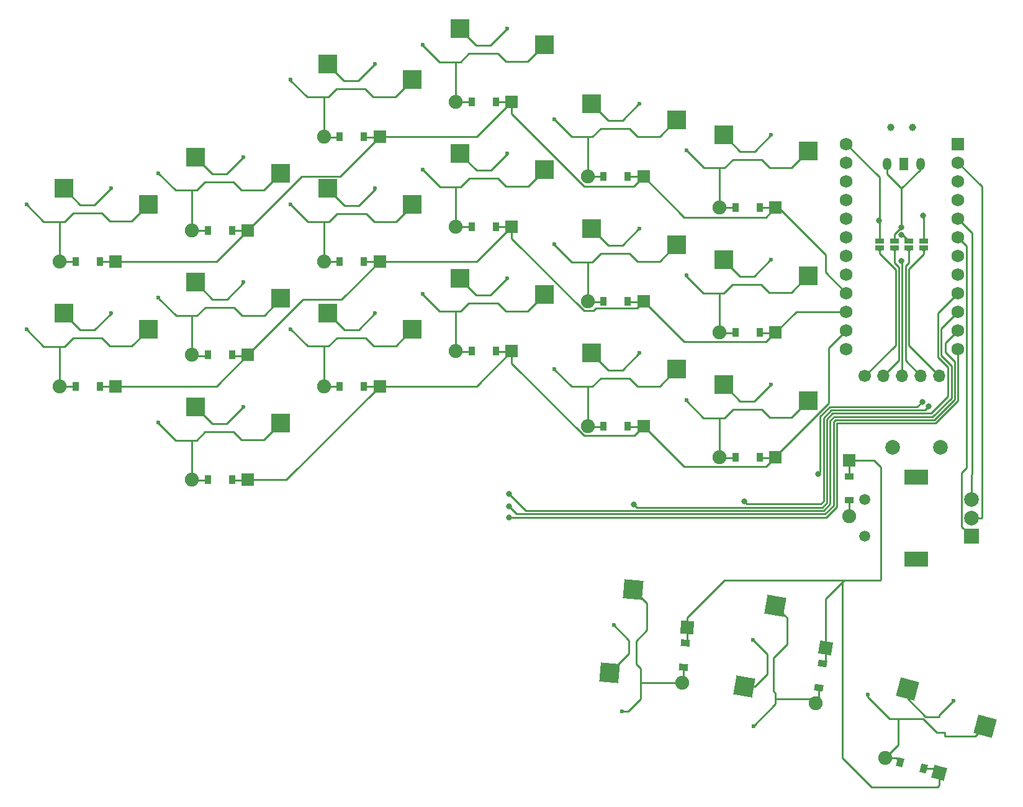
<source format=gbr>
%TF.GenerationSoftware,KiCad,Pcbnew,7.0.1-3b83917a11~171~ubuntu22.04.1*%
%TF.CreationDate,2023-03-24T21:38:12-04:00*%
%TF.ProjectId,whisper,77686973-7065-4722-9e6b-696361645f70,v1.0.0*%
%TF.SameCoordinates,Original*%
%TF.FileFunction,Copper,L2,Bot*%
%TF.FilePolarity,Positive*%
%FSLAX46Y46*%
G04 Gerber Fmt 4.6, Leading zero omitted, Abs format (unit mm)*
G04 Created by KiCad (PCBNEW 7.0.1-3b83917a11~171~ubuntu22.04.1) date 2023-03-24 21:38:12*
%MOMM*%
%LPD*%
G01*
G04 APERTURE LIST*
G04 Aperture macros list*
%AMRotRect*
0 Rectangle, with rotation*
0 The origin of the aperture is its center*
0 $1 length*
0 $2 width*
0 $3 Rotation angle, in degrees counterclockwise*
0 Add horizontal line*
21,1,$1,$2,0,0,$3*%
G04 Aperture macros list end*
%TA.AperFunction,WasherPad*%
%ADD10C,1.000000*%
%TD*%
%TA.AperFunction,ComponentPad*%
%ADD11C,0.600000*%
%TD*%
%TA.AperFunction,SMDPad,CuDef*%
%ADD12RotRect,2.600000X2.600000X85.000000*%
%TD*%
%TA.AperFunction,SMDPad,CuDef*%
%ADD13R,2.600000X2.600000*%
%TD*%
%TA.AperFunction,ComponentPad*%
%ADD14R,1.778000X1.778000*%
%TD*%
%TA.AperFunction,SMDPad,CuDef*%
%ADD15R,0.900000X1.200000*%
%TD*%
%TA.AperFunction,ComponentPad*%
%ADD16C,1.905000*%
%TD*%
%TA.AperFunction,SMDPad,CuDef*%
%ADD17R,1.143000X0.635000*%
%TD*%
%TA.AperFunction,ComponentPad*%
%ADD18C,1.700000*%
%TD*%
%TA.AperFunction,ComponentPad*%
%ADD19O,1.700000X1.700000*%
%TD*%
%TA.AperFunction,ComponentPad*%
%ADD20R,1.752600X1.752600*%
%TD*%
%TA.AperFunction,ComponentPad*%
%ADD21C,1.752600*%
%TD*%
%TA.AperFunction,ComponentPad*%
%ADD22RotRect,1.778000X1.778000X265.000000*%
%TD*%
%TA.AperFunction,SMDPad,CuDef*%
%ADD23RotRect,0.900000X1.200000X265.000000*%
%TD*%
%TA.AperFunction,SMDPad,CuDef*%
%ADD24RotRect,2.600000X2.600000X80.000000*%
%TD*%
%TA.AperFunction,ComponentPad*%
%ADD25RotRect,1.778000X1.778000X260.000000*%
%TD*%
%TA.AperFunction,SMDPad,CuDef*%
%ADD26RotRect,0.900000X1.200000X260.000000*%
%TD*%
%TA.AperFunction,SMDPad,CuDef*%
%ADD27R,1.200000X0.900000*%
%TD*%
%TA.AperFunction,ComponentPad*%
%ADD28C,2.000000*%
%TD*%
%TA.AperFunction,ComponentPad*%
%ADD29O,1.200000X1.700000*%
%TD*%
%TA.AperFunction,ComponentPad*%
%ADD30R,1.200000X1.700000*%
%TD*%
%TA.AperFunction,ComponentPad*%
%ADD31R,3.200000X2.000000*%
%TD*%
%TA.AperFunction,ComponentPad*%
%ADD32C,1.500000*%
%TD*%
%TA.AperFunction,ComponentPad*%
%ADD33R,2.000000X2.000000*%
%TD*%
%TA.AperFunction,SMDPad,CuDef*%
%ADD34RotRect,2.600000X2.600000X345.000000*%
%TD*%
%TA.AperFunction,ComponentPad*%
%ADD35RotRect,1.778000X1.778000X165.000000*%
%TD*%
%TA.AperFunction,SMDPad,CuDef*%
%ADD36RotRect,0.900000X1.200000X165.000000*%
%TD*%
%TA.AperFunction,ViaPad*%
%ADD37C,0.800000*%
%TD*%
%TA.AperFunction,Conductor*%
%ADD38C,0.250000*%
%TD*%
G04 APERTURE END LIST*
D10*
%TO.P,T1,*%
%TO.N,*%
X254891727Y-83831727D03*
X257891727Y-83831727D03*
%TD*%
D11*
%TO.P,REF\u002A\u002A,1*%
%TO.N,col_1*%
X166591727Y-121941727D03*
%TD*%
%TO.P,REF\u002A\u002A,1*%
%TO.N,col_3*%
X202591727Y-70431727D03*
%TD*%
D12*
%TO.P,S18,1*%
%TO.N,col_2*%
X216578933Y-158175688D03*
%TO.P,S18,2*%
%TO.N,near_fan*%
X219777211Y-146861382D03*
%TD*%
D13*
%TO.P,S12,1*%
%TO.N,col_4*%
X214116727Y-114631727D03*
%TO.P,S12,2*%
%TO.N,index_bottom*%
X225666727Y-116831727D03*
%TD*%
D11*
%TO.P,REF\u002A\u002A,1*%
%TO.N,col_3*%
X202591727Y-87431727D03*
%TD*%
D14*
%TO.P,D14,1*%
%TO.N,row_3*%
X221201727Y-90581727D03*
D15*
X219041727Y-90581727D03*
%TO.P,D14,2*%
%TO.N,index_top*%
X215741727Y-90581727D03*
D16*
X213581727Y-90581727D03*
%TD*%
D11*
%TO.P,REF\u002A\u002A,1*%
%TO.N,middle_bottom*%
X191041727Y-106591727D03*
%TD*%
D14*
%TO.P,D12,1*%
%TO.N,row_1*%
X221201727Y-124581727D03*
D15*
X219041727Y-124581727D03*
%TO.P,D12,2*%
%TO.N,index_bottom*%
X215741727Y-124581727D03*
D16*
X213581727Y-124581727D03*
%TD*%
D14*
%TO.P,D9,1*%
%TO.N,row_1*%
X203201727Y-114381727D03*
D15*
X201041727Y-114381727D03*
%TO.P,D9,2*%
%TO.N,middle_bottom*%
X197741727Y-114381727D03*
D16*
X195581727Y-114381727D03*
%TD*%
D11*
%TO.P,REF\u002A\u002A,1*%
%TO.N,index_bottom*%
X209041727Y-116791727D03*
%TD*%
D14*
%TO.P,D16,1*%
%TO.N,row_2*%
X239201727Y-111831727D03*
D15*
X237041727Y-111831727D03*
%TO.P,D16,2*%
%TO.N,inner_home*%
X233741727Y-111831727D03*
D16*
X231581727Y-111831727D03*
%TD*%
D11*
%TO.P,REF\u002A\u002A,1*%
%TO.N,col_4*%
X220591727Y-97631727D03*
%TD*%
D13*
%TO.P,S5,1*%
%TO.N,col_1*%
X160116727Y-87941727D03*
%TO.P,S5,2*%
%TO.N,pinkie_top*%
X171666727Y-90141727D03*
%TD*%
%TO.P,S2,1*%
%TO.N,col_0*%
X142116727Y-92191727D03*
%TO.P,S2,2*%
%TO.N,outer_top*%
X153666727Y-94391727D03*
%TD*%
D14*
%TO.P,D8,1*%
%TO.N,row_3*%
X185201727Y-85141727D03*
D15*
X183041727Y-85141727D03*
%TO.P,D8,2*%
%TO.N,ring_top*%
X179741727Y-85141727D03*
D16*
X177581727Y-85141727D03*
%TD*%
D13*
%TO.P,S7,1*%
%TO.N,col_2*%
X178116727Y-92191727D03*
%TO.P,S7,2*%
%TO.N,ring_home*%
X189666727Y-94391727D03*
%TD*%
D11*
%TO.P,REF\u002A\u002A,1*%
%TO.N,pinkie_top*%
X155041727Y-90101727D03*
%TD*%
%TO.P,REF\u002A\u002A,1*%
%TO.N,col_4*%
X263467651Y-162047069D03*
%TD*%
D14*
%TO.P,D2,1*%
%TO.N,row_3*%
X149201727Y-102141727D03*
D15*
X147041727Y-102141727D03*
%TO.P,D2,2*%
%TO.N,outer_top*%
X143741727Y-102141727D03*
D16*
X141581727Y-102141727D03*
%TD*%
D17*
%TO.P,J4,1*%
%TO.N,SCL*%
X257391727Y-99331347D03*
%TO.P,J4,2*%
%TO.N,J_pad3*%
X257391727Y-100332107D03*
%TD*%
D11*
%TO.P,REF\u002A\u002A,1*%
%TO.N,pinkie_bottom*%
X155041727Y-124101727D03*
%TD*%
%TO.P,REF\u002A\u002A,1*%
%TO.N,col_1*%
X166591727Y-87941727D03*
%TD*%
%TO.P,REF\u002A\u002A,1*%
%TO.N,col_0*%
X148591727Y-92191727D03*
%TD*%
%TO.P,REF\u002A\u002A,1*%
%TO.N,inner_top*%
X227041727Y-87041727D03*
%TD*%
D13*
%TO.P,S17,1*%
%TO.N,col_5*%
X232116727Y-84881727D03*
%TO.P,S17,2*%
%TO.N,inner_top*%
X243666727Y-87081727D03*
%TD*%
D14*
%TO.P,D10,1*%
%TO.N,row_2*%
X203201727Y-97381727D03*
D15*
X201041727Y-97381727D03*
%TO.P,D10,2*%
%TO.N,middle_home*%
X197741727Y-97381727D03*
D16*
X195581727Y-97381727D03*
%TD*%
D13*
%TO.P,S10,1*%
%TO.N,col_3*%
X196116727Y-87431727D03*
%TO.P,S10,2*%
%TO.N,middle_home*%
X207666727Y-89631727D03*
%TD*%
%TO.P,S16,1*%
%TO.N,col_5*%
X232116727Y-101881727D03*
%TO.P,S16,2*%
%TO.N,inner_home*%
X243666727Y-104081727D03*
%TD*%
D11*
%TO.P,REF\u002A\u002A,1*%
%TO.N,col_5*%
X238591727Y-118881727D03*
%TD*%
%TO.P,REF\u002A\u002A,1*%
%TO.N,col_5*%
X238591727Y-84881727D03*
%TD*%
D14*
%TO.P,D6,1*%
%TO.N,row_1*%
X185201727Y-119141727D03*
D15*
X183041727Y-119141727D03*
%TO.P,D6,2*%
%TO.N,ring_bottom*%
X179741727Y-119141727D03*
D16*
X177581727Y-119141727D03*
%TD*%
D11*
%TO.P,REF\u002A\u002A,1*%
%TO.N,col_5*%
X238591727Y-101881727D03*
%TD*%
D14*
%TO.P,D7,1*%
%TO.N,row_2*%
X185201727Y-102141727D03*
D15*
X183041727Y-102141727D03*
%TO.P,D7,2*%
%TO.N,ring_home*%
X179741727Y-102141727D03*
D16*
X177581727Y-102141727D03*
%TD*%
D11*
%TO.P,REF\u002A\u002A,1*%
%TO.N,pinkie_home*%
X155041727Y-107101727D03*
%TD*%
D14*
%TO.P,D15,1*%
%TO.N,row_1*%
X239201727Y-128831727D03*
D15*
X237041727Y-128831727D03*
%TO.P,D15,2*%
%TO.N,inner_bottom*%
X233741727Y-128831727D03*
D16*
X231581727Y-128831727D03*
%TD*%
D14*
%TO.P,D3,1*%
%TO.N,row_1*%
X167201727Y-131891727D03*
D15*
X165041727Y-131891727D03*
%TO.P,D3,2*%
%TO.N,pinkie_bottom*%
X161741727Y-131891727D03*
D16*
X159581727Y-131891727D03*
%TD*%
D17*
%TO.P,J8,1*%
%TO.N,CS*%
X253391727Y-99331347D03*
%TO.P,J8,2*%
%TO.N,J_pad1*%
X253391727Y-100332107D03*
%TD*%
D11*
%TO.P,REF\u002A\u002A,1*%
%TO.N,col_3*%
X236095249Y-153696853D03*
%TD*%
D14*
%TO.P,D1,1*%
%TO.N,row_2*%
X149201727Y-119141727D03*
D15*
X147041727Y-119141727D03*
%TO.P,D1,2*%
%TO.N,outer_home*%
X143741727Y-119141727D03*
D16*
X141581727Y-119141727D03*
%TD*%
D11*
%TO.P,REF\u002A\u002A,1*%
%TO.N,home_fan*%
X236216797Y-165446463D03*
%TD*%
D14*
%TO.P,D5,1*%
%TO.N,row_3*%
X167201727Y-97891727D03*
D15*
X165041727Y-97891727D03*
%TO.P,D5,2*%
%TO.N,pinkie_top*%
X161741727Y-97891727D03*
D16*
X159581727Y-97891727D03*
%TD*%
D13*
%TO.P,S15,1*%
%TO.N,col_5*%
X232116727Y-118881727D03*
%TO.P,S15,2*%
%TO.N,inner_bottom*%
X243666727Y-121081727D03*
%TD*%
D18*
%TO.P,REF\u002A,1*%
%TO.N,J_pad1*%
X251391727Y-117741727D03*
D19*
%TO.P,REF\u002A,2*%
%TO.N,J_pad2*%
X253931727Y-117741727D03*
%TO.P,REF\u002A,3*%
%TO.N,VCC*%
X256471727Y-117741727D03*
%TO.P,REF\u002A,4*%
%TO.N,J_pad3*%
X259011727Y-117741727D03*
%TO.P,REF\u002A,5*%
%TO.N,J_pad4*%
X261551727Y-117741727D03*
%TD*%
D14*
%TO.P,D13,1*%
%TO.N,row_2*%
X221201727Y-107581727D03*
D15*
X219041727Y-107581727D03*
%TO.P,D13,2*%
%TO.N,index_home*%
X215741727Y-107581727D03*
D16*
X213581727Y-107581727D03*
%TD*%
D11*
%TO.P,REF\u002A\u002A,1*%
%TO.N,col_4*%
X220591727Y-80631727D03*
%TD*%
%TO.P,REF\u002A\u002A,1*%
%TO.N,outer_home*%
X137041727Y-111351727D03*
%TD*%
%TO.P,REF\u002A\u002A,1*%
%TO.N,col_4*%
X220591727Y-114631727D03*
%TD*%
D13*
%TO.P,S9,1*%
%TO.N,col_3*%
X196116727Y-104431727D03*
%TO.P,S9,2*%
%TO.N,middle_bottom*%
X207666727Y-106631727D03*
%TD*%
D17*
%TO.P,J2,1*%
%TO.N,SDA*%
X259391727Y-99331347D03*
%TO.P,J2,2*%
%TO.N,J_pad4*%
X259391727Y-100332107D03*
%TD*%
D11*
%TO.P,REF\u002A\u002A,1*%
%TO.N,far_fan*%
X251752159Y-161144109D03*
%TD*%
D13*
%TO.P,S8,1*%
%TO.N,col_2*%
X178116727Y-75191727D03*
%TO.P,S8,2*%
%TO.N,ring_top*%
X189666727Y-77391727D03*
%TD*%
D11*
%TO.P,REF\u002A\u002A,1*%
%TO.N,middle_home*%
X191041727Y-89591727D03*
%TD*%
%TO.P,REF\u002A\u002A,1*%
%TO.N,ring_bottom*%
X173041727Y-111351727D03*
%TD*%
%TO.P,REF\u002A\u002A,1*%
%TO.N,col_3*%
X202591727Y-104431727D03*
%TD*%
%TO.P,REF\u002A\u002A,1*%
%TO.N,near_fan*%
X218288399Y-163419633D03*
%TD*%
D20*
%TO.P,MCU1,1*%
%TO.N,RAW*%
X264081727Y-86133727D03*
D21*
%TO.P,MCU1,2*%
%TO.N,GND*%
X264081727Y-88673727D03*
%TO.P,MCU1,3*%
%TO.N,RST*%
X264081727Y-91213727D03*
%TO.P,MCU1,4*%
%TO.N,VCC*%
X264081727Y-93753727D03*
%TO.P,MCU1,5*%
%TO.N,ENCB*%
X264081727Y-96293727D03*
%TO.P,MCU1,6*%
%TO.N,ENCA*%
X264081727Y-98833727D03*
%TO.P,MCU1,7*%
%TO.N,col_5*%
X264081727Y-101373727D03*
%TO.P,MCU1,8*%
%TO.N,col_4*%
X264081727Y-103913727D03*
%TO.P,MCU1,9*%
%TO.N,col_3*%
X264081727Y-106453727D03*
%TO.P,MCU1,10*%
%TO.N,col_2*%
X264081727Y-108993727D03*
%TO.P,MCU1,11*%
%TO.N,col_1*%
X264081727Y-111533727D03*
%TO.P,MCU1,12*%
%TO.N,col_0*%
X264081727Y-114073727D03*
%TO.P,MCU1,13*%
%TO.N,CS*%
X248841727Y-86133727D03*
%TO.P,MCU1,14*%
%TO.N,P0*%
X248841727Y-88673727D03*
%TO.P,MCU1,15*%
%TO.N,GND*%
X248841727Y-91213727D03*
%TO.P,MCU1,16*%
X248841727Y-93753727D03*
%TO.P,MCU1,17*%
%TO.N,SDA*%
X248841727Y-96293727D03*
%TO.P,MCU1,18*%
%TO.N,SCL*%
X248841727Y-98833727D03*
%TO.P,MCU1,19*%
%TO.N,N/C*%
X248841727Y-101373727D03*
%TO.P,MCU1,20*%
X248841727Y-103913727D03*
%TO.P,MCU1,21*%
%TO.N,row_3*%
X248841727Y-106453727D03*
%TO.P,MCU1,22*%
%TO.N,row_2*%
X248841727Y-108993727D03*
%TO.P,MCU1,23*%
%TO.N,row_1*%
X248841727Y-111533727D03*
%TO.P,MCU1,24*%
%TO.N,row_0*%
X248841727Y-114073727D03*
%TD*%
D11*
%TO.P,REF\u002A\u002A,1*%
%TO.N,ring_home*%
X173041727Y-94351727D03*
%TD*%
%TO.P,REF\u002A\u002A,1*%
%TO.N,ring_top*%
X173041727Y-77351727D03*
%TD*%
%TO.P,REF\u002A\u002A,1*%
%TO.N,col_2*%
X184591727Y-109191727D03*
%TD*%
D13*
%TO.P,S14,1*%
%TO.N,col_4*%
X214116727Y-80631727D03*
%TO.P,S14,2*%
%TO.N,index_top*%
X225666727Y-82831727D03*
%TD*%
D14*
%TO.P,D4,1*%
%TO.N,row_2*%
X167201727Y-114891727D03*
D15*
X165041727Y-114891727D03*
%TO.P,D4,2*%
%TO.N,pinkie_home*%
X161741727Y-114891727D03*
D16*
X159581727Y-114891727D03*
%TD*%
D22*
%TO.P,D18,1*%
%TO.N,row_0*%
X227108569Y-151984848D03*
D23*
X226920313Y-154136629D03*
%TO.P,D18,2*%
%TO.N,near_fan*%
X226632699Y-157424071D03*
D16*
X226444443Y-159575852D03*
%TD*%
D17*
%TO.P,J6,1*%
%TO.N,GND*%
X255391727Y-99331347D03*
%TO.P,J6,2*%
%TO.N,J_pad2*%
X255391727Y-100332107D03*
%TD*%
D11*
%TO.P,REF\u002A\u002A,1*%
%TO.N,inner_home*%
X227041727Y-104041727D03*
%TD*%
D24*
%TO.P,S19,1*%
%TO.N,col_3*%
X234970877Y-160073484D03*
%TO.P,S19,2*%
%TO.N,home_fan*%
X239143091Y-149080980D03*
%TD*%
D25*
%TO.P,D19,1*%
%TO.N,row_0*%
X246000012Y-154823920D03*
D26*
X245624931Y-156951105D03*
%TO.P,D19,2*%
%TO.N,home_fan*%
X245051893Y-160200971D03*
D16*
X244676812Y-162328156D03*
%TD*%
D14*
%TO.P,D21,1*%
%TO.N,row_0*%
X249280000Y-129250000D03*
D27*
X249280000Y-131410000D03*
%TO.P,D21,2*%
%TO.N,r_diode*%
X249280000Y-134710000D03*
D16*
X249280000Y-136870000D03*
%TD*%
D11*
%TO.P,REF\u002A\u002A,1*%
%TO.N,col_2*%
X184591727Y-92191727D03*
%TD*%
D14*
%TO.P,D17,1*%
%TO.N,row_3*%
X239201727Y-94831727D03*
D15*
X237041727Y-94831727D03*
%TO.P,D17,2*%
%TO.N,inner_top*%
X233741727Y-94831727D03*
D16*
X231581727Y-94831727D03*
%TD*%
D11*
%TO.P,REF\u002A\u002A,1*%
%TO.N,col_1*%
X166591727Y-104941727D03*
%TD*%
%TO.P,REF\u002A\u002A,1*%
%TO.N,inner_bottom*%
X227041727Y-121041727D03*
%TD*%
D28*
%TO.P,RSW1,1*%
%TO.N,RST*%
X255150000Y-127500000D03*
%TO.P,RSW1,2*%
%TO.N,GND*%
X261650000Y-127500000D03*
%TD*%
D11*
%TO.P,REF\u002A\u002A,1*%
%TO.N,col_0*%
X148591727Y-109191727D03*
%TD*%
D29*
%TO.P,JST REV1,1*%
%TO.N,GND*%
X254441727Y-88831727D03*
D30*
%TO.N,JST*%
X256691727Y-88831727D03*
D29*
%TO.P,JST REV1,2*%
%TO.N,GND*%
X258941727Y-88831727D03*
%TD*%
D31*
%TO.P,ROT1,*%
%TO.N,*%
X258400000Y-142700000D03*
X258400000Y-131500000D03*
D32*
%TO.P,ROT1,1*%
%TO.N,col_5*%
X251400000Y-139600000D03*
%TO.P,ROT1,2*%
%TO.N,r_diode*%
X251400000Y-134600000D03*
D33*
%TO.P,ROT1,A*%
%TO.N,ENCA*%
X265900000Y-139600000D03*
D28*
%TO.P,ROT1,B*%
%TO.N,ENCB*%
X265900000Y-134600000D03*
%TO.P,ROT1,C*%
%TO.N,GND*%
X265900000Y-137100000D03*
%TD*%
D11*
%TO.P,REF\u002A\u002A,1*%
%TO.N,index_home*%
X209041727Y-99791727D03*
%TD*%
D13*
%TO.P,S11,1*%
%TO.N,col_3*%
X196116727Y-70431727D03*
%TO.P,S11,2*%
%TO.N,middle_top*%
X207666727Y-72631727D03*
%TD*%
%TO.P,S1,1*%
%TO.N,col_0*%
X142116727Y-109191727D03*
%TO.P,S1,2*%
%TO.N,outer_home*%
X153666727Y-111391727D03*
%TD*%
%TO.P,S4,1*%
%TO.N,col_1*%
X160116727Y-104941727D03*
%TO.P,S4,2*%
%TO.N,pinkie_home*%
X171666727Y-107141727D03*
%TD*%
D34*
%TO.P,S20,1*%
%TO.N,col_4*%
X257213281Y-160371216D03*
%TO.P,S20,2*%
%TO.N,far_fan*%
X267800323Y-165485613D03*
%TD*%
D13*
%TO.P,S3,1*%
%TO.N,col_1*%
X160116727Y-121941727D03*
%TO.P,S3,2*%
%TO.N,pinkie_bottom*%
X171666727Y-124141727D03*
%TD*%
D11*
%TO.P,REF\u002A\u002A,1*%
%TO.N,outer_top*%
X137041727Y-94351727D03*
%TD*%
%TO.P,REF\u002A\u002A,1*%
%TO.N,index_top*%
X209041727Y-82791727D03*
%TD*%
%TO.P,REF\u002A\u002A,1*%
%TO.N,col_2*%
X184591727Y-75191727D03*
%TD*%
%TO.P,REF\u002A\u002A,1*%
%TO.N,col_2*%
X217143267Y-151725327D03*
%TD*%
D13*
%TO.P,S13,1*%
%TO.N,col_4*%
X214116727Y-97631727D03*
%TO.P,S13,2*%
%TO.N,index_home*%
X225666727Y-99831727D03*
%TD*%
D14*
%TO.P,D11,1*%
%TO.N,row_3*%
X203201727Y-80381727D03*
D15*
X201041727Y-80381727D03*
%TO.P,D11,2*%
%TO.N,middle_top*%
X197741727Y-80381727D03*
D16*
X195581727Y-80381727D03*
%TD*%
D35*
%TO.P,D20,1*%
%TO.N,row_0*%
X261481616Y-171815911D03*
D36*
X259395217Y-171256861D03*
%TO.P,D20,2*%
%TO.N,far_fan*%
X256207661Y-170402759D03*
D16*
X254121262Y-169843709D03*
%TD*%
D11*
%TO.P,REF\u002A\u002A,1*%
%TO.N,middle_top*%
X191041727Y-72591727D03*
%TD*%
D13*
%TO.P,S6,1*%
%TO.N,col_2*%
X178116727Y-109191727D03*
%TO.P,S6,2*%
%TO.N,ring_bottom*%
X189666727Y-111391727D03*
%TD*%
D37*
%TO.N,col_0*%
X202850000Y-137000000D03*
%TO.N,col_1*%
X202850000Y-135500000D03*
%TO.N,col_2*%
X202850000Y-133800000D03*
%TO.N,col_3*%
X219900000Y-135250000D03*
%TO.N,col_4*%
X260100000Y-121900000D03*
X234975000Y-134875000D03*
%TO.N,col_5*%
X259200000Y-121250000D03*
X245025500Y-131150000D03*
%TO.N,GND*%
X256391727Y-97491727D03*
%TO.N,VCC*%
X256341727Y-102091727D03*
%TO.N,CS*%
X253341727Y-96591727D03*
%TO.N,SDA*%
X259341727Y-95891727D03*
%TO.N,SCL*%
X256391727Y-98491727D03*
%TO.N,J_pad4*%
X259391727Y-100341727D03*
%TO.N,J_pad3*%
X257391727Y-100341727D03*
%TO.N,J_pad2*%
X255391727Y-100341727D03*
%TO.N,J_pad1*%
X253391727Y-100341727D03*
%TD*%
D38*
%TO.N,col_0*%
X146321727Y-94451727D02*
X148581727Y-92191727D01*
X261000000Y-124200000D02*
X264081727Y-121118273D01*
X146321727Y-111501727D02*
X148581727Y-109241727D01*
X247550000Y-135600000D02*
X247550000Y-124200000D01*
X142106727Y-109241727D02*
X144366727Y-111501727D01*
X142106727Y-92191727D02*
X144366727Y-94451727D01*
X264081727Y-121118273D02*
X264081727Y-114073727D01*
X247550000Y-124200000D02*
X261000000Y-124200000D01*
X144366727Y-94451727D02*
X146321727Y-94451727D01*
X246150000Y-137000000D02*
X247550000Y-135600000D01*
X144366727Y-111501727D02*
X146321727Y-111501727D01*
X202850000Y-137000000D02*
X246150000Y-137000000D01*
%TO.N,outer_home*%
X139381727Y-113751727D02*
X137031727Y-111401727D01*
X153656727Y-111441727D02*
X151396727Y-113701727D01*
X141581727Y-113783454D02*
X141550000Y-113751727D01*
X141571727Y-119191727D02*
X143731727Y-119191727D01*
X142231727Y-113751727D02*
X141550000Y-113751727D01*
X148381727Y-113701727D02*
X147281727Y-112601727D01*
X151396727Y-113701727D02*
X148381727Y-113701727D01*
X141581727Y-119141727D02*
X141581727Y-113783454D01*
X147281727Y-112601727D02*
X143381727Y-112601727D01*
X141550000Y-113751727D02*
X139381727Y-113751727D01*
X143381727Y-112601727D02*
X142231727Y-113751727D01*
%TO.N,outer_top*%
X141581727Y-96720000D02*
X141600000Y-96701727D01*
X142231727Y-96701727D02*
X141600000Y-96701727D01*
X141600000Y-96701727D02*
X139381727Y-96701727D01*
X151396727Y-96651727D02*
X148381727Y-96651727D01*
X147281727Y-95551727D02*
X143381727Y-95551727D01*
X153656727Y-94391727D02*
X151396727Y-96651727D01*
X148381727Y-96651727D02*
X147281727Y-95551727D01*
X141581727Y-102141727D02*
X141581727Y-96720000D01*
X143381727Y-95551727D02*
X142231727Y-96701727D01*
X141571727Y-102141727D02*
X143731727Y-102141727D01*
X139381727Y-96701727D02*
X137031727Y-94351727D01*
%TO.N,col_1*%
X160106727Y-121991727D02*
X162366727Y-124251727D01*
X263631727Y-115750000D02*
X263600000Y-115750000D01*
X263600000Y-115750000D02*
X262350000Y-114500000D01*
X247100000Y-124013604D02*
X247363604Y-123750000D01*
X247100000Y-135400000D02*
X247100000Y-124013604D01*
X160156727Y-105041727D02*
X162416727Y-107301727D01*
X260813604Y-123750000D02*
X263631727Y-120931877D01*
X162366727Y-90201727D02*
X164321727Y-90201727D01*
X247363604Y-123750000D02*
X260813604Y-123750000D01*
X162366727Y-124251727D02*
X164321727Y-124251727D01*
X203900000Y-136550000D02*
X245950000Y-136550000D01*
X160106727Y-87941727D02*
X162366727Y-90201727D01*
X262350000Y-114500000D02*
X262350000Y-113265454D01*
X245950000Y-136550000D02*
X247100000Y-135400000D01*
X262350000Y-113265454D02*
X264081727Y-111533727D01*
X202850000Y-135500000D02*
X203900000Y-136550000D01*
X164321727Y-90201727D02*
X166581727Y-87941727D01*
X164371727Y-107301727D02*
X166631727Y-105041727D01*
X162416727Y-107301727D02*
X164371727Y-107301727D01*
X263631727Y-120931877D02*
X263631727Y-115750000D01*
X164321727Y-124251727D02*
X166581727Y-121991727D01*
%TO.N,pinkie_bottom*%
X157381727Y-126501727D02*
X155031727Y-124151727D01*
X159581727Y-126533454D02*
X159550000Y-126501727D01*
X171656727Y-124191727D02*
X169396727Y-126451727D01*
X160231727Y-126501727D02*
X159550000Y-126501727D01*
X159581727Y-131891727D02*
X159581727Y-126533454D01*
X169396727Y-126451727D02*
X166381727Y-126451727D01*
X166381727Y-126451727D02*
X165281727Y-125351727D01*
X161381727Y-125351727D02*
X160231727Y-126501727D01*
X165281727Y-125351727D02*
X161381727Y-125351727D01*
X159571727Y-131941727D02*
X161731727Y-131941727D01*
X159550000Y-126501727D02*
X157381727Y-126501727D01*
%TO.N,pinkie_home*%
X171706727Y-107241727D02*
X169446727Y-109501727D01*
X159581727Y-114891727D02*
X159581727Y-109583454D01*
X159621727Y-114991727D02*
X161781727Y-114991727D01*
X160281727Y-109551727D02*
X159550000Y-109551727D01*
X166431727Y-109501727D02*
X165331727Y-108401727D01*
X169446727Y-109501727D02*
X166431727Y-109501727D01*
X157431727Y-109551727D02*
X155081727Y-107201727D01*
X159581727Y-109583454D02*
X159550000Y-109551727D01*
X165331727Y-108401727D02*
X161431727Y-108401727D01*
X159550000Y-109551727D02*
X157431727Y-109551727D01*
X161431727Y-108401727D02*
X160281727Y-109551727D01*
%TO.N,pinkie_top*%
X159581727Y-97891727D02*
X159581727Y-92520000D01*
X159581727Y-92520000D02*
X159650000Y-92451727D01*
X166381727Y-92401727D02*
X165281727Y-91301727D01*
X169396727Y-92401727D02*
X166381727Y-92401727D01*
X159650000Y-92451727D02*
X157381727Y-92451727D01*
X159571727Y-97891727D02*
X161731727Y-97891727D01*
X160231727Y-92451727D02*
X159650000Y-92451727D01*
X161381727Y-91301727D02*
X160231727Y-92451727D01*
X165281727Y-91301727D02*
X161381727Y-91301727D01*
X157381727Y-92451727D02*
X155031727Y-90101727D01*
X171656727Y-90141727D02*
X169396727Y-92401727D01*
%TO.N,col_2*%
X246650000Y-123827208D02*
X247177208Y-123300000D01*
X219200000Y-153782060D02*
X219200000Y-155600000D01*
X180316727Y-77501727D02*
X182271727Y-77501727D01*
X261800000Y-114968273D02*
X261800000Y-111275454D01*
X178156727Y-92241727D02*
X180416727Y-94501727D01*
X263181727Y-116350000D02*
X261800000Y-114968273D01*
X205150000Y-136100000D02*
X245750000Y-136100000D01*
X217143267Y-151725327D02*
X219200000Y-153782060D01*
X260627208Y-123300000D02*
X263181727Y-120745481D01*
X263181727Y-120745481D02*
X263181727Y-116350000D01*
X182371727Y-94501727D02*
X184631727Y-92241727D01*
X180366727Y-111451727D02*
X182321727Y-111451727D01*
X219154621Y-155600000D02*
X216578933Y-158175688D01*
X178106727Y-109191727D02*
X180366727Y-111451727D01*
X178056727Y-75241727D02*
X180316727Y-77501727D01*
X246650000Y-135200000D02*
X246650000Y-123827208D01*
X180416727Y-94501727D02*
X182371727Y-94501727D01*
X245750000Y-136100000D02*
X246650000Y-135200000D01*
X182271727Y-77501727D02*
X184531727Y-75241727D01*
X247177208Y-123300000D02*
X260627208Y-123300000D01*
X219200000Y-155600000D02*
X219154621Y-155600000D01*
X261800000Y-111275454D02*
X264081727Y-108993727D01*
X202850000Y-133800000D02*
X205150000Y-136100000D01*
X182321727Y-111451727D02*
X184581727Y-109191727D01*
%TO.N,ring_bottom*%
X177581727Y-113720000D02*
X177600000Y-113701727D01*
X187396727Y-113651727D02*
X184381727Y-113651727D01*
X177571727Y-119141727D02*
X179731727Y-119141727D01*
X177581727Y-119141727D02*
X177581727Y-113720000D01*
X179381727Y-112551727D02*
X178231727Y-113701727D01*
X178231727Y-113701727D02*
X177600000Y-113701727D01*
X175381727Y-113701727D02*
X173031727Y-111351727D01*
X189656727Y-111391727D02*
X187396727Y-113651727D01*
X183281727Y-112551727D02*
X179381727Y-112551727D01*
X177600000Y-113701727D02*
X175381727Y-113701727D01*
X184381727Y-113651727D02*
X183281727Y-112551727D01*
%TO.N,ring_home*%
X177581727Y-96820000D02*
X177650000Y-96751727D01*
X177650000Y-96751727D02*
X175431727Y-96751727D01*
X187446727Y-96701727D02*
X184431727Y-96701727D01*
X189706727Y-94441727D02*
X187446727Y-96701727D01*
X177621727Y-102191727D02*
X179781727Y-102191727D01*
X184431727Y-96701727D02*
X183331727Y-95601727D01*
X179431727Y-95601727D02*
X178281727Y-96751727D01*
X177581727Y-102141727D02*
X177581727Y-96820000D01*
X178281727Y-96751727D02*
X177650000Y-96751727D01*
X175431727Y-96751727D02*
X173081727Y-94401727D01*
X183331727Y-95601727D02*
X179431727Y-95601727D01*
%TO.N,ring_top*%
X177521727Y-85191727D02*
X179681727Y-85191727D01*
X179331727Y-78601727D02*
X178181727Y-79751727D01*
X178181727Y-79751727D02*
X177650000Y-79751727D01*
X187346727Y-79701727D02*
X184331727Y-79701727D01*
X177650000Y-79751727D02*
X175331727Y-79751727D01*
X177581727Y-85141727D02*
X177581727Y-79820000D01*
X184331727Y-79701727D02*
X183231727Y-78601727D01*
X177581727Y-79820000D02*
X177650000Y-79751727D01*
X183231727Y-78601727D02*
X179331727Y-78601727D01*
X175331727Y-79751727D02*
X172981727Y-77401727D01*
X189606727Y-77441727D02*
X187346727Y-79701727D01*
%TO.N,col_3*%
X238100000Y-155701604D02*
X238100000Y-158350000D01*
X236095249Y-153696853D02*
X238100000Y-155701604D01*
X200321727Y-72701727D02*
X202581727Y-70441727D01*
X196106727Y-70441727D02*
X198366727Y-72701727D01*
X200321727Y-106701727D02*
X202581727Y-104441727D01*
X200371727Y-89751727D02*
X202631727Y-87491727D01*
X196156727Y-87491727D02*
X198416727Y-89751727D01*
X261350000Y-109185454D02*
X264081727Y-106453727D01*
X238100000Y-158350000D02*
X236376516Y-160073484D01*
X198366727Y-106701727D02*
X200321727Y-106701727D01*
X246990812Y-122850000D02*
X260440812Y-122850000D01*
X198366727Y-72701727D02*
X200321727Y-72701727D01*
X246200000Y-123640812D02*
X246990812Y-122850000D01*
X262731727Y-120559085D02*
X262731727Y-116536396D01*
X219900000Y-135250000D02*
X220300000Y-135650000D01*
X196106727Y-104441727D02*
X198366727Y-106701727D01*
X220300000Y-135650000D02*
X245563604Y-135650000D01*
X236376516Y-160073484D02*
X234970877Y-160073484D01*
X260440812Y-122850000D02*
X262731727Y-120559085D01*
X262731727Y-116536396D02*
X261350000Y-115154669D01*
X245563604Y-135650000D02*
X246200000Y-135013604D01*
X261350000Y-115154669D02*
X261350000Y-109185454D01*
X246200000Y-135013604D02*
X246200000Y-123640812D01*
X198416727Y-89751727D02*
X200371727Y-89751727D01*
%TO.N,middle_bottom*%
X201281727Y-107801727D02*
X197381727Y-107801727D01*
X195581727Y-108970000D02*
X195600000Y-108951727D01*
X195571727Y-114391727D02*
X197731727Y-114391727D01*
X197381727Y-107801727D02*
X196231727Y-108951727D01*
X202381727Y-108901727D02*
X201281727Y-107801727D01*
X196231727Y-108951727D02*
X195600000Y-108951727D01*
X195581727Y-114381727D02*
X195581727Y-108970000D01*
X205396727Y-108901727D02*
X202381727Y-108901727D01*
X207656727Y-106641727D02*
X205396727Y-108901727D01*
X193381727Y-108951727D02*
X191031727Y-106601727D01*
X195600000Y-108951727D02*
X193381727Y-108951727D01*
%TO.N,middle_home*%
X205446727Y-91951727D02*
X202431727Y-91951727D01*
X201331727Y-90851727D02*
X197431727Y-90851727D01*
X197431727Y-90851727D02*
X196281727Y-92001727D01*
X195581727Y-97381727D02*
X195581727Y-92033454D01*
X195621727Y-97441727D02*
X197781727Y-97441727D01*
X195550000Y-92001727D02*
X193431727Y-92001727D01*
X207706727Y-89691727D02*
X205446727Y-91951727D01*
X193431727Y-92001727D02*
X191081727Y-89651727D01*
X196281727Y-92001727D02*
X195550000Y-92001727D01*
X195581727Y-92033454D02*
X195550000Y-92001727D01*
X202431727Y-91951727D02*
X201331727Y-90851727D01*
%TO.N,middle_top*%
X193381727Y-74951727D02*
X191031727Y-72601727D01*
X197381727Y-73801727D02*
X196231727Y-74951727D01*
X195571727Y-80391727D02*
X197731727Y-80391727D01*
X205396727Y-74901727D02*
X202381727Y-74901727D01*
X196231727Y-74951727D02*
X195600000Y-74951727D01*
X207656727Y-72641727D02*
X205396727Y-74901727D01*
X195600000Y-74951727D02*
X193381727Y-74951727D01*
X195581727Y-74970000D02*
X195600000Y-74951727D01*
X202381727Y-74901727D02*
X201281727Y-73801727D01*
X195581727Y-80381727D02*
X195581727Y-74970000D01*
X201281727Y-73801727D02*
X197381727Y-73801727D01*
%TO.N,col_4*%
X216366727Y-99951727D02*
X218321727Y-99951727D01*
X218321727Y-82901727D02*
X220581727Y-80641727D01*
X218321727Y-99951727D02*
X220581727Y-97691727D01*
X216366727Y-82901727D02*
X218321727Y-82901727D01*
X246804416Y-122400000D02*
X259600000Y-122400000D01*
X218321727Y-116951727D02*
X220581727Y-114691727D01*
X214106727Y-97691727D02*
X216366727Y-99951727D01*
X261550000Y-164200000D02*
X259696206Y-164200000D01*
X235300000Y-135200000D02*
X245350000Y-135200000D01*
X245750000Y-123454416D02*
X246804416Y-122400000D01*
X245350000Y-135200000D02*
X245750000Y-134800000D01*
X259696206Y-164200000D02*
X257213281Y-161717075D01*
X214106727Y-114691727D02*
X216366727Y-116951727D01*
X259600000Y-122400000D02*
X260100000Y-121900000D01*
X245750000Y-134800000D02*
X245750000Y-123454416D01*
X257213281Y-161717075D02*
X257213281Y-160371216D01*
X263467651Y-162047069D02*
X261550000Y-163964720D01*
X261550000Y-163964720D02*
X261550000Y-164200000D01*
X216366727Y-116951727D02*
X218321727Y-116951727D01*
X234975000Y-134875000D02*
X235300000Y-135200000D01*
X214106727Y-80641727D02*
X216366727Y-82901727D01*
%TO.N,index_bottom*%
X213571727Y-124641727D02*
X215731727Y-124641727D01*
X223396727Y-119151727D02*
X220381727Y-119151727D01*
X213581727Y-119220000D02*
X213600000Y-119201727D01*
X215381727Y-118051727D02*
X214231727Y-119201727D01*
X225656727Y-116891727D02*
X223396727Y-119151727D01*
X220381727Y-119151727D02*
X219281727Y-118051727D01*
X214231727Y-119201727D02*
X213600000Y-119201727D01*
X211381727Y-119201727D02*
X209031727Y-116851727D01*
X213581727Y-124581727D02*
X213581727Y-119220000D01*
X219281727Y-118051727D02*
X215381727Y-118051727D01*
X213600000Y-119201727D02*
X211381727Y-119201727D01*
%TO.N,index_home*%
X225656727Y-99891727D02*
X223396727Y-102151727D01*
X214231727Y-102201727D02*
X213650000Y-102201727D01*
X213650000Y-102201727D02*
X211381727Y-102201727D01*
X223396727Y-102151727D02*
X220381727Y-102151727D01*
X213571727Y-107641727D02*
X215731727Y-107641727D01*
X213581727Y-107581727D02*
X213581727Y-102270000D01*
X219281727Y-101051727D02*
X215381727Y-101051727D01*
X213581727Y-102270000D02*
X213650000Y-102201727D01*
X215381727Y-101051727D02*
X214231727Y-102201727D01*
X220381727Y-102151727D02*
X219281727Y-101051727D01*
X211381727Y-102201727D02*
X209031727Y-99851727D01*
%TO.N,index_top*%
X220381727Y-85101727D02*
X219281727Y-84001727D01*
X211381727Y-85151727D02*
X209031727Y-82801727D01*
X213571727Y-90591727D02*
X215731727Y-90591727D01*
X214231727Y-85151727D02*
X213600000Y-85151727D01*
X215381727Y-84001727D02*
X214231727Y-85151727D01*
X213581727Y-85170000D02*
X213600000Y-85151727D01*
X213581727Y-90581727D02*
X213581727Y-85170000D01*
X223396727Y-85101727D02*
X220381727Y-85101727D01*
X213600000Y-85151727D02*
X211381727Y-85151727D01*
X225656727Y-82841727D02*
X223396727Y-85101727D01*
X219281727Y-84001727D02*
X215381727Y-84001727D01*
%TO.N,col_5*%
X234376727Y-87141727D02*
X236331727Y-87141727D01*
X236271727Y-104201727D02*
X238531727Y-101941727D01*
X232106727Y-118941727D02*
X234366727Y-121201727D01*
X236321727Y-121201727D02*
X238581727Y-118941727D01*
X232116727Y-84881727D02*
X234376727Y-87141727D01*
X234366727Y-121201727D02*
X236321727Y-121201727D01*
X245025500Y-131150000D02*
X245300000Y-130875500D01*
X232056727Y-101941727D02*
X234316727Y-104201727D01*
X245300000Y-123268020D02*
X246618020Y-121950000D01*
X236331727Y-87141727D02*
X238591727Y-84881727D01*
X234316727Y-104201727D02*
X236271727Y-104201727D01*
X258500000Y-121950000D02*
X259200000Y-121250000D01*
X245300000Y-130875500D02*
X245300000Y-123268020D01*
X246618020Y-121950000D02*
X258500000Y-121950000D01*
%TO.N,inner_bottom*%
X229381727Y-123451727D02*
X227031727Y-121101727D01*
X233381727Y-122301727D02*
X232231727Y-123451727D01*
X238381727Y-123401727D02*
X237281727Y-122301727D01*
X231600000Y-123451727D02*
X229381727Y-123451727D01*
X243656727Y-121141727D02*
X241396727Y-123401727D01*
X231581727Y-123470000D02*
X231600000Y-123451727D01*
X232231727Y-123451727D02*
X231600000Y-123451727D01*
X241396727Y-123401727D02*
X238381727Y-123401727D01*
X231581727Y-128831727D02*
X231581727Y-123470000D01*
X237281727Y-122301727D02*
X233381727Y-122301727D01*
X231571727Y-128891727D02*
X233731727Y-128891727D01*
%TO.N,inner_home*%
X231521727Y-111891727D02*
X233681727Y-111891727D01*
X231600000Y-106451727D02*
X229331727Y-106451727D01*
X237231727Y-105301727D02*
X233331727Y-105301727D01*
X233331727Y-105301727D02*
X232181727Y-106451727D01*
X243606727Y-104141727D02*
X241346727Y-106401727D01*
X229331727Y-106451727D02*
X226981727Y-104101727D01*
X232181727Y-106451727D02*
X231600000Y-106451727D01*
X241346727Y-106401727D02*
X238331727Y-106401727D01*
X238331727Y-106401727D02*
X237231727Y-105301727D01*
X231581727Y-111831727D02*
X231581727Y-106470000D01*
X231581727Y-106470000D02*
X231600000Y-106451727D01*
%TO.N,inner_top*%
X241406727Y-89341727D02*
X238391727Y-89341727D01*
X243666727Y-87081727D02*
X241406727Y-89341727D01*
X231581727Y-94831727D02*
X231581727Y-89460000D01*
X232241727Y-89391727D02*
X231650000Y-89391727D01*
X231650000Y-89391727D02*
X229391727Y-89391727D01*
X238391727Y-89341727D02*
X237291727Y-88241727D01*
X237291727Y-88241727D02*
X233391727Y-88241727D01*
X233391727Y-88241727D02*
X232241727Y-89391727D01*
X229391727Y-89391727D02*
X227041727Y-87041727D01*
X231581727Y-94831727D02*
X233741727Y-94831727D01*
X231581727Y-89460000D02*
X231650000Y-89391727D01*
%TO.N,near_fan*%
X219130367Y-163419633D02*
X218288399Y-163419633D01*
X220800000Y-159450000D02*
X220925852Y-159575852D01*
X220925852Y-159575852D02*
X226444443Y-159575852D01*
X226632699Y-159387596D02*
X226444443Y-159575852D01*
X220800000Y-159450000D02*
X220800000Y-161750000D01*
X221650000Y-152400000D02*
X220200000Y-153850000D01*
X220200000Y-157000000D02*
X220800000Y-157600000D01*
X221650000Y-148734171D02*
X221650000Y-152400000D01*
X226632699Y-157424071D02*
X226632699Y-159387596D01*
X219777211Y-146861382D02*
X221650000Y-148734171D01*
X220800000Y-161750000D02*
X219130367Y-163419633D01*
X220200000Y-153850000D02*
X220200000Y-157000000D01*
X220800000Y-157600000D02*
X220800000Y-159450000D01*
%TO.N,home_fan*%
X239143091Y-149080980D02*
X240449393Y-150387282D01*
X245051893Y-160200971D02*
X245051893Y-161953075D01*
X240449393Y-150399393D02*
X240750000Y-150700000D01*
X245051893Y-161953075D02*
X244676812Y-162328156D01*
X238900000Y-160700000D02*
X239200000Y-161000000D01*
X239200000Y-161800000D02*
X239200000Y-162463260D01*
X244148656Y-161800000D02*
X244676812Y-162328156D01*
X238900000Y-156150000D02*
X238900000Y-160700000D01*
X240750000Y-150700000D02*
X240750000Y-154300000D01*
X240449393Y-150387282D02*
X240449393Y-150399393D01*
X240750000Y-154300000D02*
X238900000Y-156150000D01*
X239200000Y-162463260D02*
X236216797Y-165446463D01*
X239200000Y-161800000D02*
X244148656Y-161800000D01*
X239200000Y-161000000D02*
X239200000Y-161800000D01*
%TO.N,far_fan*%
X254776217Y-164500000D02*
X251752159Y-161475942D01*
X262200000Y-166300000D02*
X261159810Y-166300000D01*
X255950000Y-168014971D02*
X254121262Y-169843709D01*
X266435936Y-166850000D02*
X262250000Y-166850000D01*
X251752159Y-161475942D02*
X251752159Y-161144109D01*
X259359810Y-164500000D02*
X255950000Y-164500000D01*
X267800323Y-165485613D02*
X266435936Y-166850000D01*
X255648611Y-169843709D02*
X256207661Y-170402759D01*
X262250000Y-166850000D02*
X262250000Y-166350000D01*
X255950000Y-164500000D02*
X255950000Y-168014971D01*
X262250000Y-166350000D02*
X262200000Y-166300000D01*
X261159810Y-166300000D02*
X259359810Y-164500000D01*
X254121262Y-169843709D02*
X255648611Y-169843709D01*
X255950000Y-164500000D02*
X254776217Y-164500000D01*
%TO.N,row_2*%
X220276727Y-108506727D02*
X214706727Y-108506727D01*
X219031727Y-107641727D02*
X221191727Y-107641727D01*
X242039727Y-108993727D02*
X239201727Y-111831727D01*
X198441727Y-102141727D02*
X185201727Y-102141727D01*
X147031727Y-119191727D02*
X149191727Y-119191727D01*
X226729227Y-113109227D02*
X221201727Y-107581727D01*
X167201727Y-114891727D02*
X162951727Y-119141727D01*
X201081727Y-97441727D02*
X203241727Y-97441727D01*
X185201727Y-102141727D02*
X180026727Y-107316727D01*
X248841727Y-108993727D02*
X242039727Y-108993727D01*
X214706727Y-108506727D02*
X214354227Y-108859227D01*
X174776727Y-107316727D02*
X167201727Y-114891727D01*
X180026727Y-107316727D02*
X174776727Y-107316727D01*
X239201727Y-111831727D02*
X237924227Y-113109227D01*
X183081727Y-102191727D02*
X185241727Y-102191727D01*
X214354227Y-108859227D02*
X213052569Y-108859227D01*
X221201727Y-107581727D02*
X220276727Y-108506727D01*
X236981727Y-111891727D02*
X239141727Y-111891727D01*
X213052569Y-108859227D02*
X203201727Y-99008385D01*
X237924227Y-113109227D02*
X226729227Y-113109227D01*
X203201727Y-97381727D02*
X198441727Y-102141727D01*
X162951727Y-119141727D02*
X149201727Y-119141727D01*
X203201727Y-99008385D02*
X203201727Y-97381727D01*
X165081727Y-114991727D02*
X167241727Y-114991727D01*
%TO.N,row_3*%
X179776727Y-90566727D02*
X185201727Y-85141727D01*
X203201727Y-82008385D02*
X213093342Y-91900000D01*
X201031727Y-80391727D02*
X203191727Y-80391727D01*
X246000000Y-103612000D02*
X248841727Y-106453727D01*
X226729227Y-96109227D02*
X237924227Y-96109227D01*
X162951727Y-102141727D02*
X167201727Y-97891727D01*
X239581727Y-94831727D02*
X246000000Y-101250000D01*
X203201727Y-80381727D02*
X203201727Y-82008385D01*
X167201727Y-97891727D02*
X174526727Y-90566727D01*
X165031727Y-97891727D02*
X167191727Y-97891727D01*
X147031727Y-102141727D02*
X149191727Y-102141727D01*
X149201727Y-102141727D02*
X162951727Y-102141727D01*
X239201727Y-94831727D02*
X239581727Y-94831727D01*
X198441727Y-85141727D02*
X203201727Y-80381727D01*
X237924227Y-96109227D02*
X239201727Y-94831727D01*
X182981727Y-85191727D02*
X185141727Y-85191727D01*
X174526727Y-90566727D02*
X179776727Y-90566727D01*
X219031727Y-90591727D02*
X221191727Y-90591727D01*
X219883454Y-91900000D02*
X221201727Y-90581727D01*
X237041727Y-94831727D02*
X239201727Y-94831727D01*
X185201727Y-85141727D02*
X198441727Y-85141727D01*
X246000000Y-101250000D02*
X246000000Y-103612000D01*
X213093342Y-91900000D02*
X219883454Y-91900000D01*
X221201727Y-90581727D02*
X226729227Y-96109227D01*
%TO.N,row_1*%
X203201727Y-114381727D02*
X198441727Y-119141727D01*
X237924227Y-130109227D02*
X226729227Y-130109227D01*
X213052569Y-125859227D02*
X203201727Y-116008385D01*
X219924227Y-125859227D02*
X213052569Y-125859227D01*
X239201727Y-128831727D02*
X237924227Y-130109227D01*
X248841727Y-111533727D02*
X246431624Y-113943830D01*
X246431624Y-121500000D02*
X239201727Y-128729897D01*
X185201727Y-119141727D02*
X172451727Y-131891727D01*
X237031727Y-128891727D02*
X239191727Y-128891727D01*
X172451727Y-131891727D02*
X167201727Y-131891727D01*
X226729227Y-130109227D02*
X221201727Y-124581727D01*
X198441727Y-119141727D02*
X185201727Y-119141727D01*
X203201727Y-116008385D02*
X203201727Y-114381727D01*
X239201727Y-128729897D02*
X239201727Y-128831727D01*
X219031727Y-124641727D02*
X221191727Y-124641727D01*
X246431624Y-113943830D02*
X246431624Y-121500000D01*
X183031727Y-119141727D02*
X185191727Y-119141727D01*
X165031727Y-131941727D02*
X167191727Y-131941727D01*
X221201727Y-124581727D02*
X219924227Y-125859227D01*
X201031727Y-114391727D02*
X203191727Y-114391727D01*
%TO.N,row_0*%
X259395217Y-171256861D02*
X260922566Y-171256861D01*
X248350000Y-145600000D02*
X248400000Y-145550000D01*
X249280000Y-129250000D02*
X249280000Y-131410000D01*
X246000012Y-156576024D02*
X245624931Y-156951105D01*
X227108569Y-153948373D02*
X226920313Y-154136629D01*
X227108569Y-150691431D02*
X232250000Y-145550000D01*
X246000012Y-148149988D02*
X248600000Y-145550000D01*
X261481616Y-171815911D02*
X261481616Y-173568384D01*
X248400000Y-145550000D02*
X248600000Y-145550000D01*
X252300000Y-173750000D02*
X248350000Y-169800000D01*
X248350000Y-169800000D02*
X248350000Y-145600000D01*
X261300000Y-173750000D02*
X252300000Y-173750000D01*
X253550000Y-130180000D02*
X252620000Y-129250000D01*
X261481616Y-173568384D02*
X261300000Y-173750000D01*
X252620000Y-129250000D02*
X249280000Y-129250000D01*
X260922566Y-171256861D02*
X261481616Y-171815911D01*
X246000012Y-154823920D02*
X246000012Y-148149988D01*
X227108569Y-151984848D02*
X227108569Y-153948373D01*
X227108569Y-151984848D02*
X227108569Y-150691431D01*
X253500000Y-145550000D02*
X253550000Y-145500000D01*
X248600000Y-145550000D02*
X253500000Y-145550000D01*
X232250000Y-145550000D02*
X248400000Y-145550000D01*
X246000012Y-154823920D02*
X246000012Y-156576024D01*
X253550000Y-145500000D02*
X253550000Y-130180000D01*
%TO.N,GND*%
X267314213Y-137100000D02*
X265900000Y-137100000D01*
X267336727Y-137077486D02*
X267314213Y-137100000D01*
X256366422Y-97491727D02*
X255391727Y-98466422D01*
X258941727Y-88831727D02*
X258941727Y-89641727D01*
X258941727Y-89641727D02*
X256391727Y-92191727D01*
X255391727Y-98466422D02*
X255391727Y-99331347D01*
X256391727Y-92191727D02*
X256391727Y-97491727D01*
X264081727Y-88673727D02*
X267336727Y-91928727D01*
X254441727Y-90241727D02*
X256391727Y-92191727D01*
X254441727Y-88831727D02*
X254441727Y-90241727D01*
X267336727Y-91928727D02*
X267336727Y-137077486D01*
X256391727Y-97491727D02*
X256366422Y-97491727D01*
%TO.N,VCC*%
X256471727Y-117741727D02*
X256471727Y-102221727D01*
X256471727Y-102221727D02*
X256341727Y-102091727D01*
%TO.N,ENCB*%
X265900000Y-134600000D02*
X265900000Y-131211727D01*
X264081727Y-96293727D02*
X266011727Y-98223727D01*
X266011727Y-98223727D02*
X266011727Y-131100000D01*
X265900000Y-131211727D02*
X266011727Y-131100000D01*
%TO.N,ENCA*%
X265283027Y-100035027D02*
X265283027Y-130226594D01*
X264575000Y-130934621D02*
X264575000Y-138275000D01*
X264081727Y-98833727D02*
X265283027Y-100035027D01*
X265283027Y-130226594D02*
X264575000Y-130934621D01*
X264575000Y-138275000D02*
X265900000Y-139600000D01*
%TO.N,CS*%
X253391727Y-96641727D02*
X253391727Y-99331347D01*
X253341727Y-96591727D02*
X253391727Y-96641727D01*
X253391727Y-90683727D02*
X253391727Y-96541727D01*
X253391727Y-96541727D02*
X253341727Y-96591727D01*
X248841727Y-86133727D02*
X253391727Y-90683727D01*
%TO.N,SDA*%
X259391727Y-95941727D02*
X259391727Y-99331347D01*
X259341727Y-95891727D02*
X259391727Y-95941727D01*
%TO.N,SCL*%
X256391727Y-98491727D02*
X256552107Y-98491727D01*
X256552107Y-98491727D02*
X257391727Y-99331347D01*
%TO.N,r_diode*%
X249280000Y-134710000D02*
X249280000Y-136870000D01*
%TO.N,J_pad4*%
X261551727Y-117741727D02*
X257371727Y-113561727D01*
X257371727Y-103141727D02*
X259391727Y-101121727D01*
X257371727Y-113561727D02*
X257371727Y-103141727D01*
X259391727Y-100341727D02*
X259391727Y-100332107D01*
X259391727Y-101121727D02*
X259391727Y-100341727D01*
%TO.N,J_pad3*%
X256921727Y-102791727D02*
X257391727Y-102321727D01*
X257391727Y-102321727D02*
X257391727Y-100341727D01*
X259011727Y-117741727D02*
X256921727Y-115651727D01*
X256921727Y-115651727D02*
X256921727Y-102791727D01*
X257391727Y-100341727D02*
X257391727Y-100332107D01*
%TO.N,J_pad2*%
X253931727Y-117741727D02*
X256021727Y-115651727D01*
X255391727Y-100341727D02*
X255391727Y-100332107D01*
X255391727Y-102311727D02*
X255391727Y-100341727D01*
X256021727Y-102941727D02*
X255391727Y-102311727D01*
X256021727Y-115651727D02*
X256021727Y-102941727D01*
%TO.N,J_pad1*%
X253391727Y-100341727D02*
X253391727Y-100332107D01*
X255571727Y-103241727D02*
X253391727Y-101061727D01*
X255571727Y-113561727D02*
X255571727Y-103241727D01*
X251391727Y-117741727D02*
X255571727Y-113561727D01*
X253391727Y-101061727D02*
X253391727Y-100341727D01*
%TD*%
M02*

</source>
